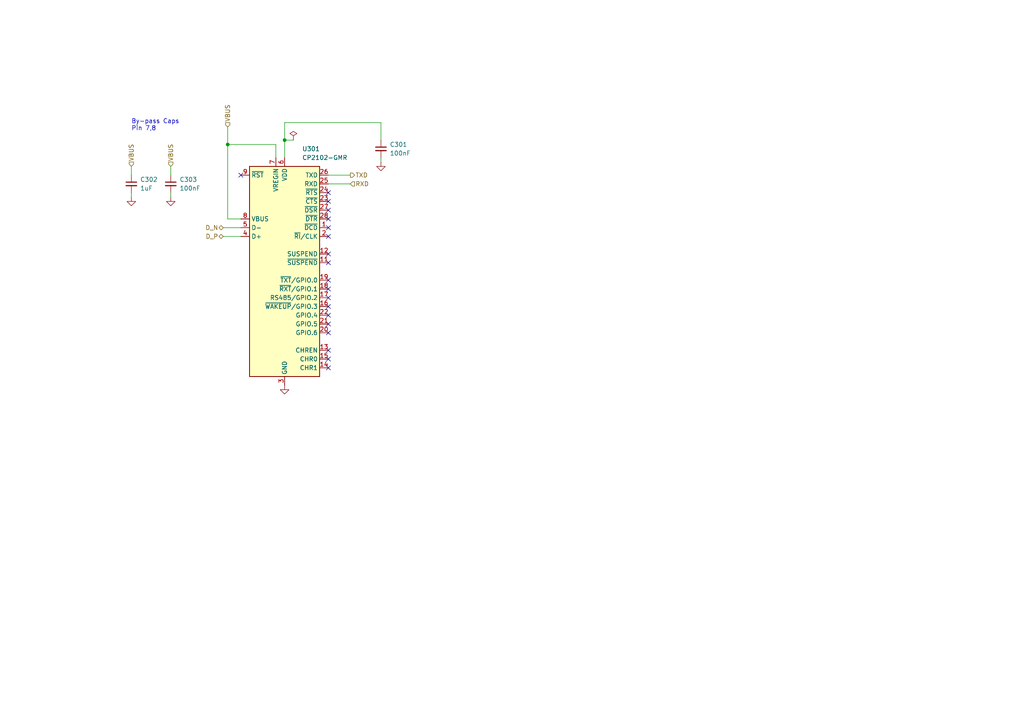
<source format=kicad_sch>
(kicad_sch (version 20230121) (generator eeschema)
  (paper "A4")
  (title_block (date "2023-01-31"))
  (lib_symbols
    (symbol "Device:C_Small" (pin_numbers hide) (pin_names (offset 0.254) hide)
      (property "Reference" "C" (at 0.254 1.778 0))
      (property "Value" "C_Small" (at 0.254 -2.032 0))
      (symbol "C_Small_0_1"
        (polyline (pts (xy -1.524 -0.508) (xy 1.524 -0.508)) (stroke (width 0.3302)))
        (polyline (pts (xy -1.524 0.508) (xy 1.524 0.508)) (stroke (width 0.3048)))
      )
      (symbol "C_Small_1_1"
        (pin passive line (at 0 2.54 270) (length 2.032) (name "~") (number "1"))
        (pin passive line (at 0 -2.54 90) (length 2.032) (name "~") (number "2"))
      )
    )
    (symbol "Interface_USB:CP2102N-Axx-xQFN28"
      (property "Reference" "U" (at -8.89 31.75 0))
      (property "Value" "CP2102N-Axx-xQFN28" (at 12.7 31.75 0))
      (symbol "CP2102N-Axx-xQFN28_0_1"
        (rectangle (start -10.16 30.48) (end 10.16 -30.48) (stroke (width 0.254)) (fill (type background)))
      )
      (symbol "CP2102N-Axx-xQFN28_1_1"
        (pin input line (at 12.7 12.7 180) (length 2.54) (name "~{DCD}") (number "1"))
        (pin no_connect line (at -10.16 -27.94 0) (length 2.54) hide (name "NC") (number "10"))
        (pin output line (at 12.7 2.54 180) (length 2.54) (name "~{SUSPEND}") (number "11"))
        (pin output line (at 12.7 5.08 180) (length 2.54) (name "SUSPEND") (number "12"))
        (pin output line (at 12.7 -22.86 180) (length 2.54) (name "CHREN") (number "13"))
        (pin output line (at 12.7 -27.94 180) (length 2.54) (name "CHR1") (number "14"))
        (pin output line (at 12.7 -25.4 180) (length 2.54) (name "CHR0") (number "15"))
        (pin bidirectional line (at 12.7 -10.16 180) (length 2.54) (name "~{WAKEUP}/GPIO.3") (number "16"))
        (pin bidirectional line (at 12.7 -7.62 180) (length 2.54) (name "RS485/GPIO.2") (number "17"))
        (pin bidirectional line (at 12.7 -5.08 180) (length 2.54) (name "~{RXT}/GPIO.1") (number "18"))
        (pin bidirectional line (at 12.7 -2.54 180) (length 2.54) (name "~{TXT}/GPIO.0") (number "19"))
        (pin bidirectional line (at 12.7 10.16 180) (length 2.54) (name "~{RI}/CLK") (number "2"))
        (pin bidirectional line (at 12.7 -17.78 180) (length 2.54) (name "GPIO.6") (number "20"))
        (pin bidirectional line (at 12.7 -15.24 180) (length 2.54) (name "GPIO.5") (number "21"))
        (pin bidirectional line (at 12.7 -12.7 180) (length 2.54) (name "GPIO.4") (number "22"))
        (pin input line (at 12.7 20.32 180) (length 2.54) (name "~{CTS}") (number "23"))
        (pin output line (at 12.7 22.86 180) (length 2.54) (name "~{RTS}") (number "24"))
        (pin input line (at 12.7 25.4 180) (length 2.54) (name "RXD") (number "25"))
        (pin output line (at 12.7 27.94 180) (length 2.54) (name "TXD") (number "26"))
        (pin input line (at 12.7 17.78 180) (length 2.54) (name "~{DSR}") (number "27"))
        (pin output line (at 12.7 15.24 180) (length 2.54) (name "~{DTR}") (number "28"))
        (pin passive line (at 0 -33.02 90) (length 2.54) hide (name "GND") (number "29"))
        (pin power_in line (at 0 -33.02 90) (length 2.54) (name "GND") (number "3"))
        (pin bidirectional line (at -12.7 10.16 0) (length 2.54) (name "D+") (number "4"))
        (pin bidirectional line (at -12.7 12.7 0) (length 2.54) (name "D-") (number "5"))
        (pin power_in line (at 0 33.02 270) (length 2.54) (name "VDD") (number "6"))
        (pin power_in line (at -2.54 33.02 270) (length 2.54) (name "VREGIN") (number "7"))
        (pin input line (at -12.7 15.24 0) (length 2.54) (name "VBUS") (number "8"))
        (pin input line (at -12.7 27.94 0) (length 2.54) (name "~{RST}") (number "9"))
      )
    )
    (symbol "power:GND" (power) (pin_names (offset 0))
      (property "Value" "GND" (at 0 -3.81 0))
      (symbol "GND_0_1"
        (polyline (pts (xy 0 0) (xy 0 -1.27) (xy 1.27 -1.27) (xy 0 -2.54) (xy -1.27 -1.27) (xy 0 -1.27)))
      )
      (symbol "GND_1_1"
        (pin power_in line (at 0 0 270) (length 0) hide (name "GND") (number "1"))
      )
    )
    (symbol "power:PWR_FLAG" (power) (pin_numbers hide) (pin_names (offset 0) hide)
      (property "Value" "PWR_FLAG" (at 0 3.81 0))
      (symbol "PWR_FLAG_0_0"
        (pin power_out line (at 0 0 90) (length 0) (name "pwr") (number "1"))
      )
      (symbol "PWR_FLAG_0_1"
        (polyline (pts (xy 0 0) (xy 0 1.27) (xy -1.016 1.905) (xy 0 2.54) (xy 1.016 1.905) (xy 0 1.27)))
      )
    )
  )
  (junction (at 82.55 40.64))
  (junction (at 66.04 41.91))
  (no_connect (at 95.25 86.36))
  (no_connect (at 95.25 73.66))
  (no_connect (at 95.25 91.44))
  (no_connect (at 95.25 68.58))
  (no_connect (at 95.25 104.14))
  (no_connect (at 95.25 55.88))
  (no_connect (at 95.25 66.04))
  (no_connect (at 95.25 101.6))
  (no_connect (at 95.25 60.96))
  (no_connect (at 95.25 83.82))
  (no_connect (at 95.25 76.2))
  (no_connect (at 95.25 63.5))
  (no_connect (at 95.25 81.28))
  (no_connect (at 95.25 88.9))
  (no_connect (at 95.25 58.42))
  (no_connect (at 95.25 106.68))
  (no_connect (at 69.85 50.8))
  (no_connect (at 95.25 93.98))
  (no_connect (at 95.25 96.52))
  (wire (pts (xy 49.53 48.26) (xy 49.53 50.8)))
  (wire (pts (xy 82.55 35.56) (xy 82.55 40.64)))
  (wire (pts (xy 49.53 55.88) (xy 49.53 57.15)))
  (wire (pts (xy 80.01 45.72) (xy 80.01 41.91)))
  (wire (pts (xy 95.25 50.8) (xy 101.6 50.8)))
  (wire (pts (xy 110.49 35.56) (xy 82.55 35.56)))
  (wire (pts (xy 82.55 40.64) (xy 85.09 40.64)))
  (wire (pts (xy 66.04 36.83) (xy 66.04 41.91)))
  (wire (pts (xy 110.49 35.56) (xy 110.49 40.64)))
  (wire (pts (xy 82.55 40.64) (xy 82.55 45.72)))
  (wire (pts (xy 38.1 55.88) (xy 38.1 57.15)))
  (wire (pts (xy 95.25 53.34) (xy 101.6 53.34)))
  (wire (pts (xy 38.1 48.26) (xy 38.1 50.8)))
  (wire (pts (xy 64.77 66.04) (xy 69.85 66.04)))
  (wire (pts (xy 110.49 45.72) (xy 110.49 46.99)))
  (wire (pts (xy 66.04 41.91) (xy 66.04 63.5)))
  (wire (pts (xy 66.04 63.5) (xy 69.85 63.5)))
  (wire (pts (xy 64.77 68.58) (xy 69.85 68.58)))
  (wire (pts (xy 80.01 41.91) (xy 66.04 41.91)))
  (text "By-pass Caps\nPin 7,8" (at 38.1 38.1 0) (effects (font (size 1.27 1.27)) (justify left bottom)))
  (hierarchical_label "D_P" (shape bidirectional) (at 64.77 68.58 180))
  (hierarchical_label "VBUS" (shape input) (at 66.04 36.83 90))
  (hierarchical_label "VBUS" (shape input) (at 38.1 48.26 90))
  (hierarchical_label "RXD" (shape input) (at 101.6 53.34 0))
  (hierarchical_label "VBUS" (shape input) (at 49.53 48.26 90))
  (hierarchical_label "TXD" (shape output) (at 101.6 50.8 0))
  (hierarchical_label "D_N" (shape bidirectional) (at 64.77 66.04 180))
  (symbol (lib_id "Interface_USB:CP2102N-Axx-xQFN28") (at 82.55 78.74 0) (unit 1)
    (property "Reference" "U301" (at 87.63 43.18 0) (effects (justify left)))
    (property "Value" "CP2102-GMR" (at 87.63 45.72 0) (effects (justify left)))
    (property "Footprint" "Package_DFN_QFN:QFN-28-1EP_5x5mm_P0.5mm_EP3.35x3.35mm" (effects hide))
    (property "Datasheet" "https://www.silabs.com/documents/public/data-sheets/cp2102n-datasheet.pdf" (effects hide))
    (property "LCSC" "C6568" (effects hide))
  )
  (symbol (lib_id "Device:C_Small") (at 49.53 53.34 0) (unit 1)
    (property "Reference" "C303" (at 52.07 52.0762 0) (effects (justify left)))
    (property "Value" "100nF" (at 52.07 54.6162 0) (effects (justify left)))
    (property "Footprint" "Capacitor_SMD:C_0603_1608Metric" (effects hide))
    (property "LCSC" "C14663" (effects hide))
  )
  (symbol (lib_id "power:PWR_FLAG") (at 85.09 40.64 0) (unit 1)
    (property "Reference" "#FLG0301" (effects hide))
    (property "Value" "PWR_FLAG" (effects hide))
  )
  (symbol (lib_id "power:GND") (at 82.55 111.76 0) (unit 1)
    (property "Reference" "#PWR0301" (effects hide))
    (property "Value" "GND" (effects hide))
  )
  (symbol (lib_id "power:GND") (at 49.53 57.15 0) (unit 1)
    (property "Reference" "#PWR0304" (effects hide))
    (property "Value" "GND" (effects hide))
  )
  (symbol (lib_id "Device:C_Small") (at 38.1 53.34 0) (unit 1)
    (property "Reference" "C302" (at 40.64 52.0762 0) (effects (justify left)))
    (property "Value" "1uF" (at 40.64 54.6162 0) (effects (justify left)))
    (property "Footprint" "Capacitor_SMD:C_0603_1608Metric" (effects hide))
    (property "LCSC" "C14663" (effects hide))
  )
  (symbol (lib_id "power:GND") (at 38.1 57.15 0) (unit 1)
    (property "Reference" "#PWR0303" (effects hide))
    (property "Value" "GND" (effects hide))
  )
  (symbol (lib_id "power:GND") (at 110.49 46.99 0) (unit 1)
    (property "Reference" "#PWR0302" (effects hide))
    (property "Value" "GND" (effects hide))
  )
  (symbol (lib_id "Device:C_Small") (at 110.49 43.18 0) (unit 1)
    (property "Reference" "C301" (at 113.03 41.9162 0) (effects (justify left)))
    (property "Value" "100nF" (at 113.03 44.4562 0) (effects (justify left)))
    (property "Footprint" "Capacitor_SMD:C_0603_1608Metric" (effects hide))
    (property "LCSC" "C14663" (effects hide))
  )
)
</source>
